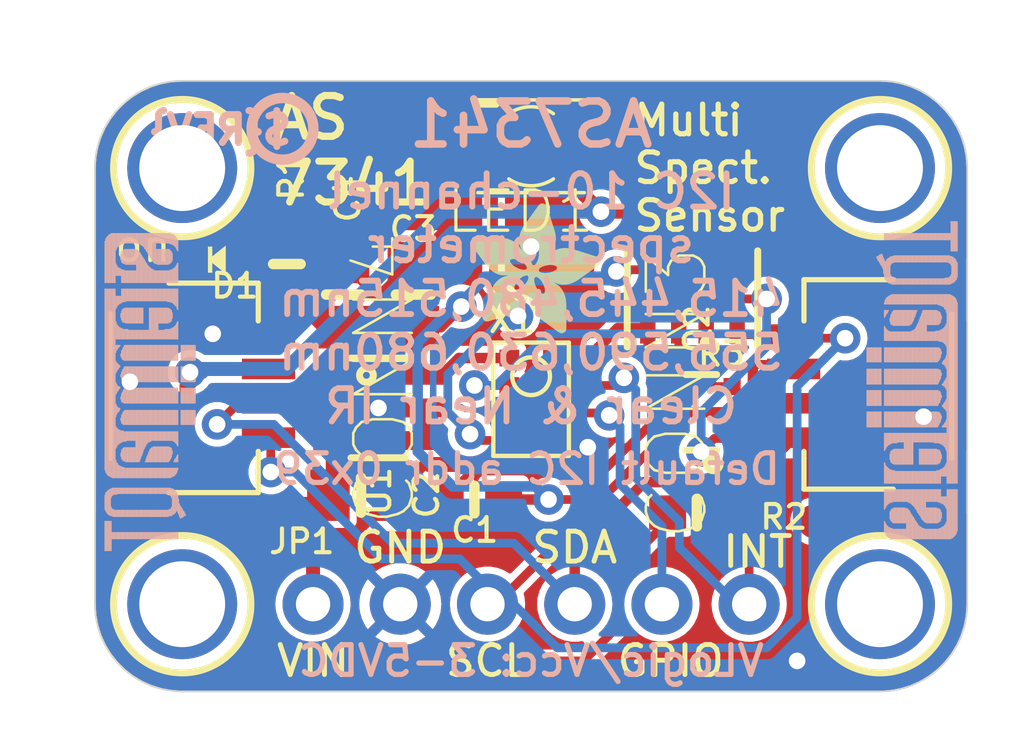
<source format=kicad_pcb>
(kicad_pcb (version 20221018) (generator pcbnew)
  (layers (0 "F.Cu" signal) (31 "B.Cu" signal) (34 "B.Paste" user) (35 "F.Paste" user) (36 "B.SilkS" user "B.Silkscreen") (37 "F.SilkS" user "F.Silkscreen") (38 "B.Mask" user) (39 "F.Mask" user) (44 "Edge.Cuts" user))
  (net 0 "")
  (net 1 "GND")
  (net 2 "SDA")
  (net 3 "SCL")
  (net 4 "INT")
  (net 5 "VCC")
  (net 6 "N$1")
  (net 7 "1.8V")
  (net 8 "SDA_2V")
  (net 9 "SCL_2V")
  (net 10 "GPIO")
  (net 11 "LDR")
  (net 12 "3.3V")
  (footprint "working:MOUNTINGHOLE_2.5_PLATED" (layer "F.Cu") (at 158.6611 98.6536)
    (fp_text reference "U$17" hide)
    (fp_text value "MOUNTINGHOLE2.5" hide)
    (pad "P$1" thru_hole circle (at 0 0) (size 3.2 3.2) (drill 2.5) (layers "*.Cu" "*.Mask"))
    (zone (net 0) (net_name "") (layer "F.Cu") (connect_pads (clearance 0)) (min_thickness 0.25)
      (keepout (tracks not_allowed) (vias not_allowed) (pads not_allowed) (copperpour not_allowed) (footprints allowed))
      (fill (thermal_gap 0.5) (thermal_bridge_width 0.5))
      (polygon (pts (xy 160.6771 98.6536) (xy 160.65748 98.373027) (xy 160.599004 98.097915) (xy 160.502808 97.833619) (xy 160.370765 97.585283) (xy 160.205446 97.35774) (xy 160.010067 97.15542) (xy 159.788433 96.98226) (xy 159.544856 96.841631) (xy 159.284078 96.73627) (xy 159.011175 96.668228) (xy 158.731457 96.638828) (xy 158.450371 96.648644) (xy 158.173385 96.697484) (xy 157.905893 96.784397) (xy 157.6531 96.907693) (xy 157.419926 97.06497) (xy 157.210911 97.253169) (xy 157.030122 97.468625) (xy 156.881078 97.707145) (xy 156.76668 97.964087) (xy 156.689154 98.23445) (xy 156.650011 98.512971) (xy 156.650011 98.794229) (xy 156.689154 99.07275) (xy 156.76668 99.343113) (xy 156.881078 99.600055) (xy 157.030122 99.838575) (xy 157.210911 100.054031) (xy 157.419926 100.24223) (xy 157.6531 100.399507) (xy 157.905893 100.522803) (xy 158.173385 100.609716) (xy 158.450371 100.658556) (xy 158.731457 100.668372) (xy 159.011175 100.638972) (xy 159.284078 100.57093) (xy 159.544856 100.465569) (xy 159.788433 100.32494) (xy 160.010067 100.15178) (xy 160.205446 99.94946) (xy 160.370765 99.721917) (xy 160.502808 99.473581) (xy 160.599004 99.209285) (xy 160.65748 98.934173)))
      (polygon (pts (xy 158.6451 98.6536) (xy 158.649786 98.664914) (xy 158.6611 98.6696) (xy 158.672414 98.664914) (xy 158.6771 98.6536) (xy 158.672414 98.642286) (xy 158.6611 98.6376) (xy 158.649786 98.642286)))
    )
    (zone (net 0) (net_name "") (layer "B.Cu") (connect_pads (clearance 0)) (min_thickness 0.25)
      (keepout (tracks not_allowed) (vias not_allowed) (pads not_allowed) (copperpour not_allowed) (footprints allowed))
      (fill (thermal_gap 0.5) (thermal_bridge_width 0.5))
      (polygon (pts (xy 160.6771 98.6536) (xy 160.65748 98.373027) (xy 160.599004 98.097915) (xy 160.502808 97.833619) (xy 160.370765 97.585283) (xy 160.205446 97.35774) (xy 160.010067 97.15542) (xy 159.788433 96.98226) (xy 159.544856 96.841631) (xy 159.284078 96.73627) (xy 159.011175 96.668228) (xy 158.731457 96.638828) (xy 158.450371 96.648644) (xy 158.173385 96.697484) (xy 157.905893 96.784397) (xy 157.6531 96.907693) (xy 157.419926 97.06497) (xy 157.210911 97.253169) (xy 157.030122 97.468625) (xy 156.881078 97.707145) (xy 156.76668 97.964087) (xy 156.689154 98.23445) (xy 156.650011 98.512971) (xy 156.650011 98.794229) (xy 156.689154 99.07275) (xy 156.76668 99.343113) (xy 156.881078 99.600055) (xy 157.030122 99.838575) (xy 157.210911 100.054031) (xy 157.419926 100.24223) (xy 157.6531 100.399507) (xy 157.905893 100.522803) (xy 158.173385 100.609716) (xy 158.450371 100.658556) (xy 158.731457 100.668372) (xy 159.011175 100.638972) (xy 159.284078 100.57093) (xy 159.544856 100.465569) (xy 159.788433 100.32494) (xy 160.010067 100.15178) (xy 160.205446 99.94946) (xy 160.370765 99.721917) (xy 160.502808 99.473581) (xy 160.599004 99.209285) (xy 160.65748 98.934173)))
      (polygon (pts (xy 158.6451 98.6536) (xy 158.649786 98.664914) (xy 158.6611 98.6696) (xy 158.672414 98.664914) (xy 158.6771 98.6536) (xy 158.672414 98.642286) (xy 158.6611 98.6376) (xy 158.649786 98.642286)))
    )
  )
  (footprint "working:KA-3528ASYC" (layer "F.Cu") (at 148.5011 98.0186 180)
    (fp_text reference "LED1" (at -1.905 -1.905) (layer "F.SilkS") (effects (font (size 1.176528 1.176528) (thickness 0.093472)) (justify right)))
    (fp_text value "EAHC2835WD6  ")
    (pad "A" smd rect (at -1.55 0 180) (size 1.5 2.2) (layers "F.Cu" "F.Paste" "F.Mask") (net 5 "VCC"))
    (pad "C" smd rect (at 1.55 0 180) (size 1.5 2.2) (layers "F.Cu" "F.Paste" "F.Mask") (net 11 "LDR"))
  )
  (footprint "working:0805-NO" (layer "F.Cu") (at 143.0401 102.3366 90)
    (fp_text reference "C4" (at 2.032 0.127 90) (layer "F.SilkS") (effects (font (size 0.692831 0.692831) (thickness 0.119969)) (justify left)))
    (fp_text value "10uF")
    (pad "1" smd rect (at -0.95 0 90) (size 1.24 1.5) (layers "F.Cu" "F.Paste" "F.Mask") (net 12 "3.3V"))
    (pad "2" smd rect (at 0.95 0 90) (size 1.24 1.5) (layers "F.Cu" "F.Paste" "F.Mask") (net 1 "GND"))
  )
  (footprint "working:MOUNTINGHOLE_2.5_PLATED" (layer "F.Cu") (at 138.3411 111.3536)
    (fp_text reference "U$19" hide)
    (fp_text value "MOUNTINGHOLE2.5" hide)
    (pad "P$1" thru_hole circle (at 0 0) (size 3.2 3.2) (drill 2.5) (layers "*.Cu" "*.Mask"))
    (zone (net 0) (net_name "") (layer "F.Cu") (connect_pads (clearance 0)) (min_thickness 0.25)
      (keepout (tracks not_allowed) (vias not_allowed) (pads not_allowed) (copperpour not_allowed) (footprints allowed))
      (fill (thermal_gap 0.5) (thermal_bridge_width 0.5))
      (polygon (pts (xy 140.3571 111.3536) (xy 140.33748 111.073027) (xy 140.279004 110.797915) (xy 140.182808 110.533619) (xy 140.050765 110.285283) (xy 139.885446 110.05774) (xy 139.690067 109.85542) (xy 139.468433 109.68226) (xy 139.224856 109.541631) (xy 138.964078 109.43627) (xy 138.691175 109.368228) (xy 138.411457 109.338828) (xy 138.130371 109.348644) (xy 137.853385 109.397484) (xy 137.585893 109.484397) (xy 137.3331 109.607693) (xy 137.099926 109.76497) (xy 136.890911 109.953169) (xy 136.710122 110.168625) (xy 136.561078 110.407145) (xy 136.44668 110.664087) (xy 136.369154 110.93445) (xy 136.330011 111.212971) (xy 136.330011 111.494229) (xy 136.369154 111.77275) (xy 136.44668 112.043113) (xy 136.561078 112.300055) (xy 136.710122 112.538575) (xy 136.890911 112.754031) (xy 137.099926 112.94223) (xy 137.3331 113.099507) (xy 137.585893 113.222803) (xy 137.853385 113.309716) (xy 138.130371 113.358556) (xy 138.411457 113.368372) (xy 138.691175 113.338972) (xy 138.964078 113.27093) (xy 139.224856 113.165569) (xy 139.468433 113.02494) (xy 139.690067 112.85178) (xy 139.885446 112.64946) (xy 140.050765 112.421917) (xy 140.182808 112.173581) (xy 140.279004 111.909285) (xy 140.33748 111.634173)))
      (polygon (pts (xy 138.3251 111.3536) (xy 138.329786 111.364914) (xy 138.3411 111.3696) (xy 138.352414 111.364914) (xy 138.3571 111.3536) (xy 138.352414 111.342286) (xy 138.3411 111.3376) (xy 138.329786 111.342286)))
    )
    (zone (net 0) (net_name "") (layer "B.Cu") (connect_pads (clearance 0)) (min_thickness 0.25)
      (keepout (tracks not_allowed) (vias not_allowed) (pads not_allowed) (copperpour not_allowed) (footprints allowed))
      (fill (thermal_gap 0.5) (thermal_bridge_width 0.5))
      (polygon (pts (xy 140.3571 111.3536) (xy 140.33748 111.073027) (xy 140.279004 110.797915) (xy 140.182808 110.533619) (xy 140.050765 110.285283) (xy 139.885446 110.05774) (xy 139.690067 109.85542) (xy 139.468433 109.68226) (xy 139.224856 109.541631) (xy 138.964078 109.43627) (xy 138.691175 109.368228) (xy 138.411457 109.338828) (xy 138.130371 109.348644) (xy 137.853385 109.397484) (xy 137.585893 109.484397) (xy 137.3331 109.607693) (xy 137.099926 109.76497) (xy 136.890911 109.953169) (xy 136.710122 110.168625) (xy 136.561078 110.407145) (xy 136.44668 110.664087) (xy 136.369154 110.93445) (xy 136.330011 111.212971) (xy 136.330011 111.494229) (xy 136.369154 111.77275) (xy 136.44668 112.043113) (xy 136.561078 112.300055) (xy 136.710122 112.538575) (xy 136.890911 112.754031) (xy 137.099926 112.94223) (xy 137.3331 113.099507) (xy 137.585893 113.222803) (xy 137.853385 113.309716) (xy 138.130371 113.358556) (xy 138.411457 113.368372) (xy 138.691175 113.338972) (xy 138.964078 113.27093) (xy 139.224856 113.165569) (xy 139.468433 113.02494) (xy 139.690067 112.85178) (xy 139.885446 112.64946) (xy 140.050765 112.421917) (xy 140.182808 112.173581) (xy 140.279004 111.909285) (xy 140.33748 111.634173)))
      (polygon (pts (xy 138.3251 111.3536) (xy 138.329786 111.364914) (xy 138.3411 111.3696) (xy 138.352414 111.364914) (xy 138.3571 111.3536) (xy 138.352414 111.342286) (xy 138.3411 111.3376) (xy 138.329786 111.342286)))
    )
  )
  (footprint "working:FIDUCIAL_1MM" (layer "F.Cu") (at 156.7561 108.9406)
    (fp_text reference "FID3" hide)
    (fp_text value "FIDUCIAL_1MM" hide)
    (pad "1" smd roundrect (at 0 0) (size 1 1) (layers "F.Cu" "F.Mask") (roundrect_rratio 0.5))
  )
  (footprint "working:MOUNTINGHOLE_2.5_PLATED" (layer "F.Cu") (at 138.3411 98.6536)
    (fp_text reference "U$1" hide)
    (fp_text value "MOUNTINGHOLE2.5" hide)
    (pad "P$1" thru_hole circle (at 0 0) (size 3.2 3.2) (drill 2.5) (layers "*.Cu" "*.Mask"))
    (zone (net 0) (net_name "") (layer "F.Cu") (connect_pads (clearance 0)) (min_thickness 0.25)
      (keepout (tracks not_allowed) (vias not_allowed) (pads not_allowed) (copperpour not_allowed) (footprints allowed))
      (fill (thermal_gap 0.5) (thermal_bridge_width 0.5))
      (polygon (pts (xy 140.3571 98.6536) (xy 140.33748 98.373027) (xy 140.279004 98.097915) (xy 140.182808 97.833619) (xy 140.050765 97.585283) (xy 139.885446 97.35774) (xy 139.690067 97.15542) (xy 139.468433 96.98226) (xy 139.224856 96.841631) (xy 138.964078 96.73627) (xy 138.691175 96.668228) (xy 138.411457 96.638828) (xy 138.130371 96.648644) (xy 137.853385 96.697484) (xy 137.585893 96.784397) (xy 137.3331 96.907693) (xy 137.099926 97.06497) (xy 136.890911 97.253169) (xy 136.710122 97.468625) (xy 136.561078 97.707145) (xy 136.44668 97.964087) (xy 136.369154 98.23445) (xy 136.330011 98.512971) (xy 136.330011 98.794229) (xy 136.369154 99.07275) (xy 136.44668 99.343113) (xy 136.561078 99.600055) (xy 136.710122 99.838575) (xy 136.890911 100.054031) (xy 137.099926 100.24223) (xy 137.3331 100.399507) (xy 137.585893 100.522803) (xy 137.853385 100.609716) (xy 138.130371 100.658556) (xy 138.411457 100.668372) (xy 138.691175 100.638972) (xy 138.964078 100.57093) (xy 139.224856 100.465569) (xy 139.468433 100.32494) (xy 139.690067 100.15178) (xy 139.885446 99.94946) (xy 140.050765 99.721917) (xy 140.182808 99.473581) (xy 140.279004 99.209285) (xy 140.33748 98.934173)))
      (polygon (pts (xy 138.3251 98.6536) (xy 138.329786 98.664914) (xy 138.3411 98.6696) (xy 138.352414 98.664914) (xy 138.3571 98.6536) (xy 138.352414 98.642286) (xy 138.3411 98.6376) (xy 138.329786 98.642286)))
    )
    (zone (net 0) (net_name "") (layer "B.Cu") (connect_pads (clearance 0)) (min_thickness 0.25)
      (keepout (tracks not_allowed) (vias not_allowed) (pads not_allowed) (copperpour not_allowed) (footprints allowed))
      (fill (thermal_gap 0.5) (thermal_bridge_width 0.5))
      (polygon (pts (xy 140.3571 98.6536) (xy 140.33748 98.373027) (xy 140.279004 98.097915) (xy 140.182808 97.833619) (xy 140.050765 97.585283) (xy 139.885446 97.35774) (xy 139.690067 97.15542) (xy 139.468433 96.98226) (xy 139.224856 96.841631) (xy 138.964078 96.73627) (xy 138.691175 96.668228) (xy 138.411457 96.638828) (xy 138.130371 96.648644) (xy 137.853385 96.697484) (xy 137.585893 96.784397) (xy 137.3331 96.907693) (xy 137.099926 97.06497) (xy 136.890911 97.253169) (xy 136.710122 97.468625) (xy 136.561078 97.707145) (xy 136.44668 97.964087) (xy 136.369154 98.23445) (xy 136.330011 98.512971) (xy 136.330011 98.794229) (xy 136.369154 99.07275) (xy 136.44668 99.343113) (xy 136.561078 99.600055) (xy 136.710122 99.838575) (xy 136.890911 100.054031) (xy 137.099926 100.24223) (xy 137.3331 100.399507) (xy 137.585893 100.522803) (xy 137.853385 100.609716) (xy 138.130371 100.658556) (xy 138.411457 100.668372) (xy 138.691175 100.638972) (xy 138.964078 100.57093) (xy 139.224856 100.465569) (xy 139.468433 100.32494) (xy 139.690067 100.15178) (xy 139.885446 99.94946) (xy 140.050765 99.721917) (xy 140.182808 99.473581) (xy 140.279004 99.209285) (xy 140.33748 98.934173)))
      (polygon (pts (xy 138.3251 98.6536) (xy 138.329786 98.664914) (xy 138.3411 98.6696) (xy 138.352414 98.664914) (xy 138.3571 98.6536) (xy 138.352414 98.642286) (xy 138.3411 98.6376) (xy 138.329786 98.642286)))
    )
  )
  (footprint "working:0603-NO" (layer "F.Cu") (at 153.3271 108.6866)
    (fp_text reference "R2" (at 1.778 0.127) (layer "F.SilkS") (effects (font (size 0.692831 0.692831) (thickness 0.119969)) (justify left)))
    (fp_text value "10K")
    (pad "1" smd rect (at -0.85 0) (size 1.075 1) (layers "F.Cu" "F.Paste" "F.Mask") (net 12 "3.3V"))
    (pad "2" smd rect (at 0.85 0) (size 1.075 1) (layers "F.Cu" "F.Paste" "F.Mask") (net 4 "INT"))
  )
  (footprint "working:CHIPLED_0603_NOOUTLINE" (layer "F.Cu") (at 139.3571 101.3206 90)
    (fp_text reference "D1" (at -0.762 1.27) (layer "F.SilkS") (effects (font (size 0.692831 0.692831) (thickness 0.119969)) (justify right)))
    (fp_text value "GREEN")
    (pad "A" smd rect (at 0 0.75 90) (size 0.8 0.8) (layers "F.Cu" "F.Paste" "F.Mask") (net 6 "N$1"))
    (pad "C" smd rect (at 0 -0.75 90) (size 0.8 0.8) (layers "F.Cu" "F.Paste" "F.Mask") (net 1 "GND"))
  )
  (footprint "working:SOT363" (layer "F.Cu") (at 153.4541 105.7656 90)
    (fp_text reference "Q2" (at 1.651 -0.127 90) (layer "F.SilkS") (effects (font (size 0.692831 0.692831) (thickness 0.119969)) (justify left)))
    (fp_text value "BSS138")
    (pad "1" smd rect (at -0.75 0.9 90) (size 0.5 0.5) (layers "F.Cu" "F.Paste" "F.Mask") (net 9 "SCL_2V"))
    (pad "2" smd rect (at 0 0.9 90) (size 0.4 0.5) (layers "F.Cu" "F.Paste" "F.Mask") (net 7 "1.8V"))
    (pad "3" smd rect (at 0.75 0.9 90) (size 0.5 0.5) (layers "F.Cu" "F.Paste" "F.Mask") (net 2 "SDA"))
    (pad "4" smd rect (at 0.75 -0.9 90) (size 0.5 0.5) (layers "F.Cu" "F.Paste" "F.Mask") (net 8 "SDA_2V"))
    (pad "5" smd rect (at 0 -0.9 90) (size 0.4 0.5) (layers "F.Cu" "F.Paste" "F.Mask") (net 7 "1.8V"))
    (pad "6" smd rect (at -0.75 -0.9 90) (size 0.5 0.5) (layers "F.Cu" "F.Paste" "F.Mask") (net 3 "SCL"))
  )
  (footprint "working:RESPACK_4X0603" (layer "F.Cu") (at 153.2001 102.4636 180)
    (fp_text reference "R3" (at -1.6 -1.6) (layer "F.SilkS") (effects (font (size 0.692831 0.692831) (thickness 0.119969)) (justify right)))
    (fp_text value "10K")
    (pad "1" smd rect (at -1.3 0.85 180) (size 0.45 0.9) (layers "F.Cu" "F.Paste" "F.Mask") (net 5 "VCC"))
    (pad "2" smd rect (at -0.4 0.85 180) (size 0.45 0.9) (layers "F.Cu" "F.Paste" "F.Mask") (net 7 "1.8V"))
    (pad "3" smd rect (at 0.4 0.85 180) (size 0.45 0.9) (layers "F.Cu" "F.Paste" "F.Mask") (net 5 "VCC"))
    (pad "4" smd rect (at 1.3 0.85 180) (size 0.45 0.9) (layers "F.Cu" "F.Paste" "F.Mask") (net 7 "1.8V"))
    (pad "5" smd rect (at 1.3 -0.85 180) (size 0.45 0.9) (layers "F.Cu" "F.Paste" "F.Mask") (net 8 "SDA_2V"))
    (pad "6" smd rect (at 0.4 -0.85 180) (size 0.45 0.9) (layers "F.Cu" "F.Paste" "F.Mask") (net 2 "SDA"))
    (pad "7" smd rect (at -0.4 -0.85 180) (size 0.45 0.9) (layers "F.Cu" "F.Paste" "F.Mask") (net 9 "SCL_2V"))
    (pad "8" smd rect (at -1.3 -0.85 180) (size 0.45 0.9) (layers "F.Cu" "F.Paste" "F.Mask") (net 3 "SCL"))
  )
  (footprint "working:JST_SH4" (layer "F.Cu") (at 158.6611 105.0036 90)
    (fp_text reference "CONN3" (at -4.6 -5.9 90) (layer "F.SilkS") (effects (font (size 1.703222 1.703222) (thickness 0.074778)) (justify left)))
    (fp_text value "STEMMA_I2C_QT" hide)
    (pad "1" smd rect (at -1.5 -2.514 180) (size 1.55 0.6) (layers "F.Cu" "F.Paste" "F.Mask") (net 1 "GND"))
    (pad "2" smd rect (at -0.5 -2.514 180) (size 1.55 0.6) (layers "F.Cu" "F.Paste" "F.Mask") (net 5 "VCC"))
    (pad "3" smd rect (at 0.5 -2.514 180) (size 1.55 0.6) (layers "F.Cu" "F.Paste" "F.Mask") (net 2 "SDA"))
    (pad "4" smd rect (at 1.5 -2.514 180) (size 1.55 0.6) (layers "F.Cu" "F.Paste" "F.Mask") (net 3 "SCL"))
    (pad "MT1" smd rect (at -2.8 1.386 180) (size 1.8 1.2) (layers "F.Cu" "F.Paste" "F.Mask") (net 1 "GND"))
    (pad "MT2" smd rect (at 2.8 1.386 180) (size 1.8 1.2) (layers "F.Cu" "F.Paste" "F.Mask") (net 1 "GND"))
  )
  (footprint "working:0805-NO" (layer "F.Cu") (at 145.0721 102.3366 90)
    (fp_text reference "C3" (at 1.905 -0.762) (layer "F.SilkS") (effects (font (size 0.692831 0.692831) (thickness 0.119969)) (justify left)))
    (fp_text value "10uF")
    (pad "1" smd rect (at -0.95 0 90) (size 1.24 1.5) (layers "F.Cu" "F.Paste" "F.Mask") (net 7 "1.8V"))
    (pad "2" smd rect (at 0.95 0 90) (size 1.24 1.5) (layers "F.Cu" "F.Paste" "F.Mask") (net 1 "GND"))
  )
  (footprint "working:MOUNTINGHOLE_2.5_PLATED" (layer "F.Cu") (at 158.6611 111.3536)
    (fp_text reference "U$21" hide)
    (fp_text value "MOUNTINGHOLE2.5" hide)
    (pad "P$1" thru_hole circle (at 0 0) (size 3.2 3.2) (drill 2.5) (layers "*.Cu" "*.Mask"))
    (zone (net 0) (net_name "") (layer "F.Cu") (connect_pads (clearance 0)) (min_thickness 0.25)
      (keepout (tracks not_allowed) (vias not_allowed) (pads not_allowed) (copperpour not_allowed) (footprints allowed))
      (fill (thermal_gap 0.5) (thermal_bridge_width 0.5))
      (polygon (pts (xy 160.6771 111.3536) (xy 160.65748 111.073027) (xy 160.599004 110.797915) (xy 160.502808 110.533619) (xy 160.370765 110.285283) (xy 160.205446 110.05774) (xy 160.010067 109.85542) (xy 159.788433 109.68226) (xy 159.544856 109.541631) (xy 159.284078 109.43627) (xy 159.011175 109.368228) (xy 158.731457 109.338828) (xy 158.450371 109.348644) (xy 158.173385 109.397484) (xy 157.905893 109.484397) (xy 157.6531 109.607693) (xy 157.419926 109.76497) (xy 157.210911 109.953169) (xy 157.030122 110.168625) (xy 156.881078 110.407145) (xy 156.76668 110.664087) (xy 156.689154 110.93445) (xy 156.650011 111.212971) (xy 156.650011 111.494229) (xy 156.689154 111.77275) (xy 156.76668 112.043113) (xy 156.881078 112.300055) (xy 157.030122 112.538575) (xy 157.210911 112.754031) (xy 157.419926 112.94223) (xy 157.6531 113.099507) (xy 157.905893 113.222803) (xy 158.173385 113.309716) (xy 158.450371 113.358556) (xy 158.731457 113.368372) (xy 159.011175 113.338972) (xy 159.284078 113.27093) (xy 159.544856 113.165569) (xy 159.788433 113.02494) (xy 160.010067 112.85178) (xy 160.205446 112.64946) (xy 160.370765 112.421917) (xy 160.502808 112.173581) (xy 160.599004 111.909285) (xy 160.65748 111.634173)))
      (polygon (pts (xy 158.6451 111.3536) (xy 158.649786 111.364914) (xy 158.6611 111.3696) (xy 158.672414 111.364914) (xy 158.6771 111.3536) (xy 158.672414 111.342286) (xy 158.6611 111.3376) (xy 158.649786 111.342286)))
    )
    (zone (net 0) (net_name "") (layer "B.Cu") (connect_pads (clearance 0)) (min_thickness 0.25)
      (keepout (tracks not_allowed) (vias not_allowed) (pads not_allowed) (copperpour not_allowed) (footprints allowed))
      (fill (thermal_gap 0.5) (thermal_bridge_width 0.5))
      (polygon (pts (xy 160.6771 111.3536) (xy 160.65748 111.073027) (xy 160.599004 110.797915) (xy 160.502808 110.533619) (xy 160.370765 110.285283) (xy 160.205446 110.05774) (xy 160.010067 109.85542) (xy 159.788433 109.68226) (xy 159.544856 109.541631) (xy 159.284078 109.43627) (xy 159.011175 109.368228) (xy 158.731457 109.338828) (xy 158.450371 109.348644) (xy 158.173385 109.397484) (xy 157.905893 109.484397) (xy 157.6531 109.607693) (xy 157.419926 109.76497) (xy 157.210911 109.953169) (xy 157.030122 110.168625) (xy 156.881078 110.407145) (xy 156.76668 110.664087) (xy 156.689154 110.93445) (xy 156.650011 111.212971) (xy 156.650011 111.494229) (xy 156.689154 111.77275) (xy 156.76668 112.043113) (xy 156.881078 112.300055) (xy 157.030122 112.538575) (xy 157.210911 112.754031) (xy 157.419926 112.94223) (xy 157.6531 113.099507) (xy 157.905893 113.222803) (xy 158.173385 113.309716) (xy 158.450371 113.358556) (xy 158.731457 113.368372) (xy 159.011175 113.338972) (xy 159.284078 113.27093) (xy 159.544856 113.165569) (xy 159.788433 113.02494) (xy 160.010067 112.85178) (xy 160.205446 112.64946) (xy 160.370765 112.421917) (xy 160.502808 112.173581) (xy 160.599004 111.909285) (xy 160.65748 111.634173)))
      (polygon (pts (xy 158.6451 111.3536) (xy 158.649786 111.364914) (xy 158.6611 111.3696) (xy 158.672414 111.364914) (xy 158.6771 111.3536) (xy 158.672414 111.342286) (xy 158.6611 111.3376) (xy 158.649786 111.342286)))
    )
  )
  (footprint "working:1X06_ROUND_70" (layer "F.Cu") (at 148.5011 111.3536)
    (fp_text reference "JP1" (at -7.6962 -1.8288) (layer "F.SilkS") (effects (font (size 0.692831 0.692831) (thickness 0.119969)) (justify left)))
    (fp_text value "")
    (pad "1" thru_hole circle (at -6.35 0 90) (size 1.778 1.778) (drill 1) (layers "*.Cu" "*.Mask") (net 5 "VCC"))
    (pad "2" thru_hole circle (at -3.81 0 90) (size 1.778 1.778) (drill 1) (layers "*.Cu" "*.Mask") (net 1 "GND"))
    (pad "3" thru_hole circle (at -1.27 0 90) (size 1.778 1.778) (drill 1) (layers "*.Cu" "*.Mask") (net 3 "SCL"))
    (pad "4" thru_hole circle (at 1.27 0 90) (size 1.778 1.778) (drill 1) (layers "*.Cu" "*.Mask") (net 2 "SDA"))
    (pad "5" thru_hole circle (at 3.81 0 90) (size 1.778 1.778) (drill 1) (layers "*.Cu" "*.Mask") (net 10 "GPIO"))
    (pad "6" thru_hole circle (at 6.35 0 90) (size 1.778 1.778) (drill 1) (layers "*.Cu" "*.Mask") (net 4 "INT"))
  )
  (footprint "working:FIDUCIAL_1MM" (layer "F.Cu") (at 144.5641 97.2566)
    (fp_text reference "FID4" hide)
    (fp_text value "FIDUCIAL_1MM" hide)
    (pad "1" smd roundrect (at 0 0) (size 1 1) (layers "F.Cu" "F.Mask") (roundrect_rratio 0.5))
  )
  (footprint "working:JST_SH4" (layer "F.Cu") (at 138.3411 105.0036 -90)
    (fp_text reference "CONN4" (at -4.6 -5.9 90) (layer "F.SilkS") (effects (font (size 1.703222 1.703222) (thickness 0.074778)) (justify right)))
    (fp_text value "STEMMA_I2C_QT" hide)
    (pad "1" smd rect (at -1.5 -2.514) (size 1.55 0.6) (layers "F.Cu" "F.Paste" "F.Mask") (net 1 "GND"))
    (pad "2" smd rect (at -0.5 -2.514) (size 1.55 0.6) (layers "F.Cu" "F.Paste" "F.Mask") (net 5 "VCC"))
    (pad "3" smd rect (at 0.5 -2.514) (size 1.55 0.6) (layers "F.Cu" "F.Paste" "F.Mask") (net 2 "SDA"))
    (pad "4" smd rect (at 1.5 -2.514) (size 1.55 0.6) (layers "F.Cu" "F.Paste" "F.Mask") (net 3 "SCL"))
    (pad "MT1" smd rect (at -2.8 1.386) (size 1.8 1.2) (layers "F.Cu" "F.Paste" "F.Mask") (net 1 "GND"))
    (pad "MT2" smd rect (at 2.8 1.386) (size 1.8 1.2) (layers "F.Cu" "F.Paste" "F.Mask") (net 1 "GND"))
  )
  (footprint "working:0603-NO" (layer "F.Cu") (at 141.3891 101.4476 90)
    (fp_text reference "R1" (at 1.778 0.127 90) (layer "F.SilkS") (effects (font (size 0.692831 0.692831) (thickness 0.119969)) (justify left)))
    (fp_text value "10K")
    (pad "1" smd rect (at -0.85 0 90) (size 1.075 1) (layers "F.Cu" "F.Paste" "F.Mask") (net 12 "3.3V"))
    (pad "2" smd rect (at 0.85 0 90) (size 1.075 1) (layers "F.Cu" "F.Paste" "F.Mask") (net 6 "N$1"))
  )
  (footprint "working:0805-NO" (layer "F.Cu") (at 143.5481 108.1786)
    (fp_text reference "C2" (at 1.905 -0.762 90) (layer "F.SilkS") (effects (font (size 0.692831 0.692831) (thickness 0.119969)) (justify right)))
    (fp_text value "10uF")
    (pad "1" smd rect (at -0.95 0) (size 1.24 1.5) (layers "F.Cu" "F.Paste" "F.Mask") (net 5 "VCC"))
    (pad "2" smd rect (at 0.95 0) (size 1.24 1.5) (layers "F.Cu" "F.Paste" "F.Mask") (net 1 "GND"))
  )
  (footprint "working:AS7341" (layer "F.Cu") (at 148.5011 105.3846)
    (fp_text reference "X1" (at -1.3 -2.3) (layer "F.SilkS") (effects (font (size 0.692831 0.692831) (thickness 0.119969)) (justify left)))
    (fp_text value "AS7341")
    (pad "1" smd rect (at -0.635 -1.2) (size 0.575 0.488) (layers "F.Cu" "F.Paste" "F.Mask") (net 7 "1.8V"))
    (pad "2" smd rect (at -0.635 -0.4) (size 0.575 0.488) (layers "F.Cu" "F.Paste" "F.Mask") (net 9 "SCL_2V"))
    (pad "3" smd rect (at -0.635 0.4) (size 0.575 0.488) (layers "F.Cu" "F.Paste" "F.Mask") (net 1 "GND"))
    (pad "4" smd rect (at -0.635 1.2) (size 0.575 0.488) (layers "F.Cu" "F.Paste" "F.Mask") (net 11 "LDR"))
    (pad "5" smd rect (at 0.635 1.2) (size 0.575 0.488) (layers "F.Cu" "F.Paste" "F.Mask") (net 1 "GND"))
    (pad "6" smd rect (at 0.635 0.4) (size 0.575 0.488) (layers "F.Cu" "F.Paste" "F.Mask") (net 10 "GPIO"))
    (pad "7" smd rect (at 0.635 -0.4) (size 0.575 0.488) (layers "F.Cu" "F.Paste" "F.Mask") (net 4 "INT"))
    (pad "8" smd rect (at 0.635 -1.2) (size 0.575 0.488) (layers "F.Cu" "F.Paste" "F.Mask") (net 8 "SDA_2V"))
  )
  (footprint "working:SOT23-6" (layer "F.Cu") (at 144.0561 105.6386 -90)
    (fp_text reference "U1" (at 1.651 0 90) (layer "F.SilkS") (effects (font (size 0.692831 0.692831) (thickness 0.119969)) (justify right)))
    (fp_text value "AP7312-3.3/1.8")
    (pad "1" smd rect (at -0.95 1.3 270) (size 0.55 1.2) (layers "F.Cu" "F.Paste" "F.Mask") (net 12 "3.3V"))
    (pad "2" smd rect (at 0 1.3 270) (size 0.55 1.2) (layers "F.Cu" "F.Paste" "F.Mask") (net 1 "GND"))
    (pad "3" smd rect (at 0.95 1.3 270) (size 0.55 1.2) (layers "F.Cu" "F.Paste" "F.Mask") (net 5 "VCC"))
    (pad "4" smd rect (at 0.95 -1.3 270) (size 0.55 1.2) (layers "F.Cu" "F.Paste" "F.Mask") (net 5 "VCC"))
    (pad "5" smd rect (at 0 -1.3 270) (size 0.55 1.2) (layers "F.Cu" "F.Paste" "F.Mask") (net 5 "VCC"))
    (pad "6" smd rect (at -0.95 -1.3 270) (size 0.55 1.2) (layers "F.Cu" "F.Paste" "F.Mask") (net 7 "1.8V"))
  )
  (footprint "working:ADAFRUIT_3.5MM" (layer "F.Cu") (at 146.7231 103.4796)
    (fp_text reference "U$22" hide)
    (fp_text value "" hide)
  )
  (footprint "working:0603-NO" (layer "F.Cu") (at 146.8501 108.3056 180)
    (fp_text reference "C1" (at -0.762 -0.889) (layer "F.SilkS") (effects (font (size 0.692831 0.692831) (thickness 0.119969)) (justify right)))
    (fp_text value "0.1uF")
    (pad "1" smd rect (at -0.85 0 180) (size 1.075 1) (layers "F.Cu" "F.Paste" "F.Mask") (net 7 "1.8V"))
    (pad "2" smd rect (at 0.85 0 180) (size 1.075 1) (layers "F.Cu" "F.Paste" "F.Mask") (net 1 "GND"))
  )
  (footprint "working:STEMMAQT" (layer "B.Cu") (at 138.7221 100.5586 -90)
    (fp_text reference "U$31" hide)
    (fp_text value "" hide)
  )
  (footprint "working:PCBFEAT-REV-040" (layer "B.Cu") (at 141.2621 97.5106 180)
    (fp_text reference "U$25" hide)
    (fp_text value "" hide)
    (fp_text user "${REV}" (at -0.3556 -0.508) (layer "B.SilkS") (effects (font (size 0.8128 0.8128) (thickness 0.2032)) (justify left bottom mirror)))
  )
  (footprint "working:STEMMAQT" (layer "B.Cu") (at 158.2801 109.4486 90)
    (fp_text reference "U$30" hide)
    (fp_text value "" hide)
  )
  (gr_line (start 135.8011 98.6536) (end 135.8011 111.3536) (stroke (width 0.05)) (layer "Edge.Cuts"))
  (gr_arc (start 138.3411 113.8936) (mid 136.545049 113.149651) (end 135.8011 111.3536) (stroke (width 0.05)) (layer "Edge.Cuts"))
  (gr_line (start 161.2011 111.3536) (end 161.2011 98.6536) (stroke (width 0.05)) (layer "Edge.Cuts"))
  (gr_arc (start 135.8011 98.6536) (mid 136.545049 96.857549) (end 138.3411 96.1136) (stroke (width 0.05)) (layer "Edge.Cuts"))
  (gr_line (start 138.3411 113.8936) (end 158.6611 113.8936) (stroke (width 0.05)) (layer "Edge.Cuts"))
  (gr_arc (start 158.6611 96.1136) (mid 160.457151 96.857549) (end 161.2011 98.6536) (stroke (width 0.05)) (layer "Edge.Cuts"))
  (gr_line (start 158.6611 96.1136) (end 138.3411 96.1136) (stroke (width 0.05)) (layer "Edge.Cuts"))
  (gr_arc (start 161.2011 111.3536) (mid 160.457151 113.149651) (end 158.6611 113.8936) (stroke (width 0.05)) (layer "Edge.Cuts"))
  (gr_text "I2C 10-channel\nspectrometer\n415,445,480,515nm\n555,590,630,680nm\nClear & Near IR" (at 148.5011 102.4636) (layer "B.SilkS") (effects (font (size 0.97155 0.97155) (thickness 0.17145)) (justify mirror)))
  (gr_text "AS7341" (at 148.5011 97.3836) (layer "B.SilkS") (effects (font (size 1.25222 1.25222) (thickness 0.22098)) (justify mirror)))
  (gr_text "VLogic/Vcc: 3-5VDC" (at 148.5011 113.0046) (layer "B.SilkS") (effects (font (size 0.8636 0.8636) (thickness 0.1524)) (justify mirror)))
  (gr_text "Default I2C addr 0x39" (at 148.3741 107.4166) (layer "B.SilkS") (effects (font (size 0.8636 0.8636) (thickness 0.1524)) (justify mirror)))
  (gr_text "Multi\nSpect.\nSensor" (at 151.4221 98.6536) (layer "F.SilkS") (effects (font (size 0.8636 0.8636) (thickness 0.1524)) (justify left)))
  (gr_text "INT" (at 155.1051 109.8296) (layer "F.SilkS") (effects (font (size 0.87376 0.87376) (thickness 0.14224))))
  (gr_text "SDA" (at 149.7711 109.7026) (layer "F.SilkS") (effects (font (size 0.87376 0.87376) (thickness 0.14224))))
  (gr_text "AS\n7341" (at 140.8811 98.1456) (layer "F.SilkS") (effects (font (size 1.18745 1.18745) (thickness 0.20955)) (justify left)))
  (gr_text "on" (at 136.3091 101.4476) (layer "F.SilkS") (effects (font (size 0.89408 0.89408) (thickness 0.12192)) (justify left bottom)))
  (gr_text "SCL" (at 147.2311 113.0046) (layer "F.SilkS") (effects (font (size 0.87376 0.87376) (thickness 0.14224))))
  (gr_text "VIN" (at 142.1511 113.0046) (layer "F.SilkS") (effects (font (size 0.87376 0.87376) (thickness 0.14224))))
  (gr_text "GND" (at 144.6911 109.7026) (layer "F.SilkS") (effects (font (size 0.87376 0.87376) (thickness 0.14224))))
  (gr_text "GPIO" (at 152.5651 113.0046) (layer "F.SilkS") (effects (font (size 0.87376 0.87376) (thickness 0.14224))))
  (segment (start 148.101706 105.7846) (end 148.418903 106.101797) (width 0.3048) (layer "F.Cu") (net 1))
  (segment (start 148.418903 105.466191) (end 148.5011 105.383994) (width 0.3048) (layer "F.Cu") (net 1))
  (segment (start 148.701306 106.3842) (end 148.9357 106.3842) (width 0.3048) (layer "F.Cu") (net 1))
  (segment (start 148.418903 106.101797) (end 148.418903 105.466191) (width 0.3048) (layer "F.Cu") (net 1))
  (segment (start 148.418903 106.101797) (end 148.701306 106.3842) (width 0.3048) (layer "F.Cu") (net 1))
  (segment (start 147.8661 105.7846) (end 148.101706 105.7846) (width 0.3048) (layer "F.Cu") (net 1))
  (segment (start 148.9357 106.3842) (end 149.1361 106.5846) (width 0.3048) (layer "F.Cu") (net 1))
  (segment (start 148.5011 105.383994) (end 148.501706 105.3846) (width 0.3048) (layer "F.Cu") (net 1))
  (via (at 144.0561 105.6386) (size 0.889) (drill 0.4826) (layers "F.Cu" "B.Cu") (net 1))
  (via (at 148.5011 100.9396) (size 0.889) (drill 0.4826) (layers "F.Cu" "B.Cu") (net 1))
  (via (at 156.2481 113.0046) (size 0.889) (drill 0.4826) (layers "F.Cu" "B.Cu") (net 1))
  (via (at 150.1521 106.7816) (size 0.889) (drill 0.4826) (layers "F.Cu" "B.Cu") (net 1))
  (via (at 139.2301 103.4796) (size 0.889) (drill 0.4826) (layers "F.Cu" "B.Cu") (net 1))
  (via (at 136.8171 104.8766) (size 0.889) (drill 0.4826) (layers "F.Cu" "B.Cu") (net 1))
  (via (at 159.9311 105.8926) (size 0.889) (drill 0.4826) (layers "F.Cu" "B.Cu") (net 1))
  (segment (start 153.8461 105.0156) (end 152.8001 103.9696) (width 0.254) (layer "F.Cu") (net 2))
  (segment (start 154.9597 104.3686) (end 156.0121 104.3686) (width 0.254) (layer "F.Cu") (net 2))
  (segment (start 154.9597 107.547894) (end 154.709993 107.7976) (width 0.3048) (layer "F.Cu") (net 2))
  (segment (start 156.0121 104.3686) (end 156.1471 104.5036) (width 0.254) (layer "F.Cu") (net 2))
  (segment (start 154.3541 105.0156) (end 154.3541 104.8656) (width 0.254) (layer "F.Cu") (net 2))
  (segment (start 140.8551 105.5036) (end 139.97 105.5036) (width 0.254) (layer "F.Cu") (net 2))
  (segment (start 153.8461 105.0156) (end 154.3541 105.0156) (width 0.254) (layer "F.Cu") (net 2))
  (segment (start 154.9597 104.3686) (end 154.9597 107.547894) (width 0.3048) (layer "F.Cu") (net 2))
  (segment (start 154.8511 104.3686) (end 154.3541 104.8656) (width 0.254) (layer "F.Cu") (net 2))
  (segment (start 154.709993 107.7976) (end 151.8031 107.7976) (width 0.3048) (layer "F.Cu") (net 2))
  (segment (start 154.8511 104.3686) (end 154.9597 104.3686) (width 0.254) (layer "F.Cu") (net 2))
  (segment (start 149.7711 109.8296) (end 149.7711 111.3536) (width 0.3048) (layer "F.Cu") (net 2))
  (segment (start 151.8031 107.7976) (end 149.7711 109.8296) (width 0.3048) (layer "F.Cu") (net 2))
  (segment (start 152.8001 103.3136) (end 152.8001 103.9696) (width 0.254) (layer "F.Cu") (net 2))
  (segment (start 139.3571 106.1165) (end 139.97 105.5036) (width 0.254) (layer "F.Cu") (net 2))
  (via (at 139.3571 106.1165) (size 0.889) (drill 0.4826) (layers "F.Cu" "B.Cu") (net 2))
  (segment (start 139.3571 106.1165) (end 141.0081 106.1165) (width 0.254) (layer "B.Cu") (net 2))
  (segment (start 147.9931 109.5756) (end 149.7711 111.3536) (width 0.254) (layer "B.Cu") (net 2))
  (segment (start 144.4672 109.5756) (end 147.9931 109.5756) (width 0.254) (layer "B.Cu") (net 2))
  (segment (start 144.4672 109.5756) (end 141.0081 106.1165) (width 0.254) (layer "B.Cu") (net 2))
  (segment (start 154.6901 103.5036) (end 154.5001 103.3136) (width 0.254) (layer "F.Cu") (net 3))
  (segment (start 156.1471 103.5036) (end 156.251 103.6075) (width 0.254) (layer "F.Cu") (net 3))
  (segment (start 152.3231 106.5156) (end 147.4851 111.3536) (width 0.254) (layer "F.Cu") (net 3))
  (segment (start 147.2311 111.3536) (end 147.4851 111.3536) (width 0.254) (layer "F.Cu") (net 3))
  (segment (start 156.1471 103.5036) (end 154.6901 103.5036) (width 0.254) (layer "F.Cu") (net 3))
  (segment (start 140.919853 106.568354) (end 140.919853 107.504847) (width 0.254) (layer "F.Cu") (net 3))
  (segment (start 140.8551 106.5036) (end 140.919853 106.568354) (width 0.254) (layer "F.Cu") (net 3))
  (segment (start 152.5541 106.5156) (end 152.3231 106.5156) (width 0.254) (layer "F.Cu") (net 3))
  (segment (start 157.6451 103.6075) (end 156.251 103.6075) (width 0.254) (layer "F.Cu") (net 3))
  (via (at 140.919853 107.504847) (size 0.889) (drill 0.4826) (layers "F.Cu" "B.Cu") (net 3))
  (via (at 157.6451 103.6075) (size 0.889) (drill 0.4826) (layers "F.Cu" "B.Cu") (net 3))
  (segment (start 144.150818 110.0328) (end 146.4183 110.0328) (width 0.254) (layer "B.Cu") (net 3))
  (segment (start 146.4183 110.0328) (end 147.2311 110.8456) (width 0.254) (layer "B.Cu") (net 3))
  (segment (start 147.9931 111.3536) (end 147.2311 111.3536) (width 0.254) (layer "B.Cu") (net 3))
  (segment (start 149.2631 112.6236) (end 147.9931 111.3536) (width 0.254) (layer "B.Cu") (net 3))
  (segment (start 157.6451 103.6075) (end 156.2481 105.0045) (width 0.254) (layer "B.Cu") (net 3))
  (segment (start 155.3591 112.6236) (end 149.2631 112.6236) (width 0.254) (layer "B.Cu") (net 3))
  (segment (start 140.919853 107.504847) (end 141.622865 107.504847) (width 0.254) (layer "B.Cu") (net 3))
  (segment (start 147.2311 110.8456) (end 147.2311 111.3536) (width 0.254) (layer "B.Cu") (net 3))
  (segment (start 156.2481 105.0045) (end 156.2481 111.7346) (width 0.254) (layer "B.Cu") (net 3))
  (segment (start 144.150818 110.0328) (end 141.622865 107.504847) (width 0.254) (layer "B.Cu") (net 3))
  (segment (start 156.2481 111.7346) (end 155.3591 112.6236) (width 0.254) (layer "B.Cu") (net 3))
  (segment (start 149.1361 104.9846) (end 150.980506 104.9846) (width 0.254) (layer "F.Cu") (net 4))
  (segment (start 154.1771 108.6866) (end 154.8511 109.3606) (width 0.254) (layer "F.Cu") (net 4))
  (segment (start 150.980506 104.9846) (end 151.202806 104.7623) (width 0.254) (layer "F.Cu") (net 4))
  (segment (start 154.8511 109.3606) (end 154.8511 111.3536) (width 0.254) (layer "F.Cu") (net 4))
  (via (at 151.202806 104.7623) (size 0.889) (drill 0.4826) (layers "F.Cu" "B.Cu") (net 4))
  (segment (start 151.202806 104.7623) (end 151.5491 105.108594) (width 0.254) (layer "B.Cu") (net 4))
  (segment (start 152.8191 108.9406) (end 152.8191 109.7026) (width 0.254) (layer "B.Cu") (net 4))
  (segment (start 151.5491 105.108594) (end 151.5491 107.6706) (width 0.254) (layer "B.Cu") (net 4))
  (segment (start 154.4701 111.3536) (end 154.8511 111.3536) (width 0.254) (layer "B.Cu") (net 4))
  (segment (start 154.4701 111.3536) (end 152.8191 109.7026) (width 0.254) (layer "B.Cu") (net 4))
  (segment (start 151.5491 107.6706) (end 152.8191 108.9406) (width 0.254) (layer "B.Cu") (net 4))
  (segment (start 140.420837 108.4326) (end 142.3441 108.4326) (width 0.4064) (layer "F.Cu") (net 5))
  (segment (start 138.4681 106.479863) (end 140.420837 108.4326) (width 0.4064) (layer "F.Cu") (net 5))
  (segment (start 152.8001 100.9786) (end 152.4191 100.5976) (width 0.4064) (layer "F.Cu") (net 5))
  (segment (start 138.4681 105.0036) (end 138.4681 106.479863) (width 0.4064) (layer "F.Cu") (net 5))
  (segment (start 150.0511 99.4416) (end 150.0511 98.0186) (width 0.4064) (layer "F.Cu") (net 5))
  (segment (start 145.3561 106.5886) (end 142.7561 106.5886) (width 0.4064) (layer "F.Cu") (net 5))
  (segment (start 138.663393 104.5036) (end 138.569746 104.597247) (width 0.4064) (layer "F.Cu") (net 5))
  (segment (start 157.5261 105.5036) (end 158.5341 104.4956) (width 0.4064) (layer "F.Cu") (net 5))
  (segment (start 150.5331 99.9236) (end 151.9301 99.9236) (width 0.4064) (layer "F.Cu") (net 5))
  (segment (start 145.3561 105.6386) (end 145.3561 106.5886) (width 0.4064) (layer "F.Cu") (net 5))
  (segment (start 142.7251 108.0516) (end 142.5981 108.1786) (width 0.4064) (layer "F.Cu") (net 5))
  (segment (start 142.7561 106.842594) (end 142.7251 106.873591) (width 0.4064) (layer "F.Cu") (net 5))
  (segment (start 158.5341 103.0986) (end 157.0491 101.6136) (width 0.4064) (layer "F.Cu") (net 5))
  (segment (start 158.5341 104.4956) (end 158.5341 103.0986) (width 0.4064) (layer "F.Cu") (net 5))
  (segment (start 152.8001 101.6136) (end 152.8001 100.9786) (width 0.4064) (layer "F.Cu") (net 5))
  (segment (start 156.1471 105.5036) (end 157.5261 105.5036) (width 0.4064) (layer "F.Cu") (net 5))
  (segment (start 142.5981 108.1786) (end 142.1511 108.6256) (width 0.4064) (layer "F.Cu") (net 5))
  (segment (start 142.1511 108.6256) (end 142.1511 111.3536) (width 0.4064) (layer "F.Cu") (net 5))
  (segment (start 151.9301 99.9236) (end 152.3111 99.5426) (width 0.4064) (layer "F.Cu") (net 5))
  (segment (start 142.7561 106.5886) (end 142.7561 106.842594) (width 0.4064) (layer "F.Cu") (net 5))
  (segment (start 140.8551 104.5036) (end 138.9681 104.5036) (width 0.4064) (layer "F.Cu") (net 5))
  (segment (start 152.4191 99.5426) (end 152.4191 100.5976) (width 0.4064) (layer "F.Cu") (net 5))
  (segment (start 150.5331 99.9236) (end 150.0511 99.4416) (width 0.4064) (layer "F.Cu") (net 5))
  (segment (start 155.0081 100.2076) (end 155.0081 101.1056) (width 0.4064) (layer "F.Cu") (net 5))
  (segment (start 152.4191 99.4156) (end 152.4191 99.5426) (width 0.4064) (layer "F.Cu") (net 5))
  (segment (start 155.0081 101.1056) (end 154.5001 101.6136) (width 0.4064) (layer "F.Cu") (net 5))
  (segment (start 142.3441 108.4326) (end 142.5981 108.1786) (width 0.4064) (layer "F.Cu") (net 5))
  (segment (start 152.3111 99.5426) (end 152.4191 99.5426) (width 0.4064) (layer "F.Cu") (net 5))
  (segment (start 157.0491 101.6136) (end 154.5001 101.6136) (width 0.4064) (layer "F.Cu") (net 5))
  (segment (start 154.2161 99.4156) (end 155.0081 100.2076) (width 0.4064) (layer "F.Cu") (net 5))
  (segment (start 142.7251 106.873591) (end 142.7251 108.0516) (width 0.4064) (layer "F.Cu") (net 5))
  (segment (start 138.9681 104.5036) (end 138.4681 105.0036) (width 0.4064) (layer "F.Cu") (net 5))
  (segment (start 138.9681 104.5036) (end 138.663393 104.5036) (width 0.4064) (layer "F.Cu") (net 5))
  (segment (start 154.2161 99.4156) (end 152.4191 99.4156) (width 0.4064) (layer "F.Cu") (net 5))
  (via (at 138.569746 104.597247) (size 0.889) (drill 0.4826) (layers "F.Cu" "B.Cu") (net 5))
  (via (at 150.5331 99.9236) (size 0.889) (drill 0.4826) (layers "F.Cu" "B.Cu") (net 5))
  (segment (start 138.910996 104.597247) (end 139.004643 104.5036) (width 0.4064) (layer "B.Cu") (net 5))
  (segment (start 138.569746 104.597247) (end 138.910996 104.597247) (width 0.4064) (layer "B.Cu") (net 5))
  (segment (start 141.3811 104.5036) (end 145.9611 99.9236) (width 0.4064) (layer "B.Cu") (net 5))
  (segment (start 139.004643 104.5036) (end 141.3811 104.5036) (width 0.4064) (layer "B.Cu") (net 5))
  (segment (start 145.9611 99.9236) (end 150.5331 99.9236) (width 0.4064) (layer "B.Cu") (net 5))
  (segment (start 140.8301 100.5976) (end 141.3891 100.5976) (width 0.254) (layer "F.Cu") (net 6))
  (segment (start 140.1071 101.3206) (end 140.8301 100.5976) (width 0.254) (layer "F.Cu") (net 6))
  (segment (start 145.0721 103.2866) (end 145.0721 104.4046) (width 0.3048) (layer "F.Cu") (net 7))
  (segment (start 152.3111 102.4636) (end 151.9001 102.0526) (width 0.3048) (layer "F.Cu") (net 7))
  (segment (start 151.9001 102.0526) (end 151.9001 101.6136) (width 0.3048) (layer "F.Cu") (net 7))
  (segment (start 145.3561 104.6886) (end 145.4221 104.6226) (width 0.254) (layer "F.Cu") (net 7))
  (segment (start 145.0721 104.4046) (end 145.3561 104.6886) (width 0.3048) (layer "F.Cu") (net 7))
  (segment (start 153.6001 102.0636) (end 153.2001 102.4636) (width 0.3048) (layer "F.Cu") (net 7))
  (segment (start 154.3541 105.7656) (end 152.5541 105.7656) (width 0.3048) (layer "F.Cu") (net 7))
  (segment (start 147.8661 104.1846) (end 146.3991 104.1846) (width 0.3048) (layer "F.Cu") (net 7))
  (segment (start 149.7711 108.3056) (end 149.0091 108.3056) (width 0.254) (layer "F.Cu") (net 7))
  (segment (start 152.5541 105.7656) (end 152.3843 105.9354) (width 0.254) (layer "F.Cu") (net 7))
  (segment (start 145.8698 103.2866) (end 146.4691 102.6873) (width 0.3048) (layer "F.Cu") (net 7))
  (segment (start 153.2001 102.4636) (end 152.3111 102.4636) (width 0.3048) (layer "F.Cu") (net 7))
  (segment (start 151.9001 101.6136) (end 151.0339 101.6136) (width 0.254) (layer "F.Cu") (net 7))
  (segment (start 145.0721 103.2866) (end 145.8698 103.2866) (width 0.3048) (layer "F.Cu") (net 7))
  (segment (start 152.167325 105.9354) (end 151.321125 106.7816) (width 0.254) (layer "F.Cu") (net 7))
  (segment (start 151.321125 106.7816) (end 151.2951 106.7816) (width 0.254) (layer "F.Cu") (net 7))
  (segment (start 153.6001 101.6136) (end 153.6001 102.0636) (width 0.3048) (layer "F.Cu") (net 7))
  (segment (start 145.4221 104.6226) (end 145.4531 104.6226) (width 0.254) (layer "F.Cu") (net 7))
  (segment (start 152.3843 105.9354) (end 152.167325 105.9354) (width 0.254) (layer "F.Cu") (net 7))
  (segment (start 145.9611 104.6226) (end 145.4531 104.6226) (width 0.3048) (layer "F.Cu") (net 7))
  (segment (start 146.3991 104.1846) (end 145.9611 104.6226) (width 0.3048) (layer "F.Cu") (net 7))
  (segment (start 151.0339 101.6136) (end 150.984 101.6635) (width 0.254) (layer "F.Cu") (net 7))
  (segment (start 151.2951 106.7816) (end 149.7711 108.3056) (width 0.254) (layer "F.Cu") (net 7))
  (segment (start 147.7001 108.3056) (end 149.0091 108.3056) (width 0.3048) (layer "F.Cu") (net 7))
  (via (at 149.0091 108.3056) (size 0.889) (drill 0.4826) (layers "F.Cu" "B.Cu") (net 7))
  (via (at 150.984 101.6635) (size 0.889) (drill 0.4826) (layers "F.Cu" "B.Cu") (net 7))
  (via (at 146.4691 102.6873) (size 0.889) (drill 0.4826) (layers "F.Cu" "B.Cu") (net 7))
  (segment (start 146.4691 102.6873) (end 146.2454 102.6873) (width 0.3048) (layer "B.Cu") (net 7))
  (segment (start 148.6281 107.9246) (end 146.2151 107.9246) (width 0.3048) (layer "B.Cu") (net 7))
  (segment (start 150.984 101.6635) (end 150.7808 101.8667) (width 0.4064) (layer "B.Cu") (net 7))
  (segment (start 149.0091 108.3056) (end 148.6281 107.9246) (width 0.3048) (layer "B.Cu") (net 7))
  (segment (start 146.2454 102.6873) (end 145.1991 103.7336) (width 0.3048) (layer "B.Cu") (net 7))
  (segment (start 147.1627 101.8667) (end 146.4691 102.5603) (width 0.3048) (layer "B.Cu") (net 7))
  (segment (start 145.1991 103.7336) (end 145.1991 106.9086) (width 0.3048) (layer "B.Cu") (net 7))
  (segment (start 150.7808 101.8667) (end 147.1627 101.8667) (width 0.4064) (layer "B.Cu") (net 7))
  (segment (start 146.4691 102.5603) (end 146.4691 102.6873) (width 0.3048) (layer "B.Cu") (net 7))
  (segment (start 146.2151 107.9246) (end 145.1991 106.9086) (width 0.3048) (layer "B.Cu") (net 7))
  (segment (start 151.0231 103.3136) (end 150.1521 104.1846) (width 0.3048) (layer "F.Cu") (net 8))
  (segment (start 149.1361 104.1846) (end 150.1521 104.1846) (width 0.3048) (layer "F.Cu") (net 8))
  (segment (start 151.9001 104.3616) (end 151.9001 103.3136) (width 0.254) (layer "F.Cu") (net 8))
  (segment (start 152.5541 105.0156) (end 151.9001 104.3616) (width 0.254) (layer "F.Cu") (net 8))
  (segment (start 151.0231 103.3136) (end 151.9001 103.3136) (width 0.3048) (layer "F.Cu") (net 8))
  (segment (start 153.6001 103.3136) (end 153.6001 102.8256) (width 0.254) (layer "F.Cu") (net 9))
  (segment (start 154.3541 106.5156) (end 154.2271 106.5156) (width 0.254) (layer "F.Cu") (net 9))
  (segment (start 153.9621 102.4636) (end 155.3582 102.4636) (width 0.254) (layer "F.Cu") (net 9))
  (segment (start 153.8351 106.5276) (end 153.4541 106.9086) (width 0.254) (layer "F.Cu") (net 9))
  (segment (start 153.6001 102.8256) (end 153.9621 102.4636) (width 0.254) (layer "F.Cu") (net 9))
  (segment (start 147.866 104.9847) (end 146.8501 104.9847) (width 0.254) (layer "F.Cu") (net 9))
  (segment (start 154.2271 106.5156) (end 154.2151 106.5276) (width 0.254) (layer "F.Cu") (net 9))
  (segment (start 154.2151 106.5276) (end 153.8351 106.5276) (width 0.254) (layer "F.Cu") (net 9))
  (segment (start 147.8661 104.9846) (end 147.866 104.9847) (width 0.254) (layer "F.Cu") (net 9))
  (segment (start 155.3582 102.4636) (end 155.3591 102.4645) (width 0.254) (layer "F.Cu") (net 9))
  (via (at 146.8501 104.9847) (size 0.889) (drill 0.4826) (layers "F.Cu" "B.Cu") (net 9))
  (via (at 155.3591 102.4645) (size 0.889) (drill 0.4826) (layers "F.Cu" "B.Cu") (net 9))
  (via (at 153.4541 106.9086) (size 0.889) (drill 0.4826) (layers "F.Cu" "B.Cu") (net 9))
  (segment (start 155.3591 102.4645) (end 155.3591 103.8606) (width 0.254) (layer "B.Cu") (net 9))
  (segment (start 153.4541 105.7656) (end 153.4541 106.9086) (width 0.254) (layer "B.Cu") (net 9))
  (segment (start 154.9781 103.4796) (end 155.3591 103.8606) (width 0.254) (layer "B.Cu") (net 9))
  (segment (start 155.3591 103.8606) (end 153.4541 105.7656) (width 0.254) (layer "B.Cu") (net 9))
  (segment (start 148.9902 103.4796) (end 147.4851 104.9847) (width 0.254) (layer "B.Cu") (net 9))
  (segment (start 148.9902 103.4796) (end 154.9781 103.4796) (width 0.254) (layer "B.Cu") (net 9))
  (segment (start 146.8501 104.9847) (end 147.4851 104.9847) (width 0.254) (layer "B.Cu") (net 9))
  (segment (start 150.7045 105.7846) (end 150.7744 105.8545) (width 0.254) (layer "F.Cu") (net 10))
  (segment (start 149.1361 105.7846) (end 150.7045 105.7846) (width 0.254) (layer "F.Cu") (net 10))
  (via (at 150.7744 105.8545) (size 0.889) (drill 0.4826) (layers "F.Cu" "B.Cu") (net 10))
  (segment (start 151.0919 107.859982) (end 152.3111 109.079182) (width 0.254) (layer "B.Cu") (net 10))
  (segment (start 151.0919 106.172) (end 151.0919 107.859982) (width 0.254) (layer "B.Cu") (net 10))
  (segment (start 152.3111 109.079182) (end 152.3111 111.3536) (width 0.254) (layer "B.Cu") (net 10))
  (segment (start 150.7744 105.8545) (end 151.0919 106.172) (width 0.254) (layer "B.Cu") (net 10))
  (segment (start 147.4086 98.4761) (end 146.9511 98.0186) (width 0.254) (layer "F.Cu") (net 11))
  (segment (start 146.9071 106.5846) (end 147.8661 106.5846) (width 0.254) (layer "F.Cu") (net 11))
  (segment (start 146.7231 106.4006) (end 146.9071 106.5846) (width 0.254) (layer "F.Cu") (net 11))
  (segment (start 148.1201 102.7436) (end 148.1201 102.9589) (width 0.254) (layer "F.Cu") (net 11))
  (segment (start 148.1201 102.7436) (end 147.4086 102.0321) (width 0.254) (layer "F.Cu") (net 11))
  (segment (start 147.4086 102.0321) (end 147.4086 98.4761) (width 0.254) (layer "F.Cu") (net 11))
  (via (at 148.1201 102.9589) (size 0.889) (drill 0.4826) (layers "F.Cu" "B.Cu") (net 11))
  (via (at 146.7231 106.4006) (size 0.889) (drill 0.4826) (layers "F.Cu" "B.Cu") (net 11))
  (segment (start 146.0754 105.7529) (end 146.7231 106.4006) (width 0.254) (layer "B.Cu") (net 11))
  (segment (start 146.0754 104.663807) (end 146.0754 105.7529) (width 0.254) (layer "B.Cu") (net 11))
  (segment (start 147.780306 102.9589) (end 146.0754 104.663807) (width 0.254) (layer "B.Cu") (net 11))
  (segment (start 148.1201 102.9589) (end 147.780306 102.9589) (width 0.254) (layer "B.Cu") (net 11))
  (segment (start 137.7061 106.5276) (end 137.7061 103.7336) (width 0.254) (layer "F.Cu") (net 12))
  (segment (start 150.0251 113.0046) (end 141.5161 113.0046) (width 0.254) (layer "F.Cu") (net 12))
  (segment (start 151.0801 110.3376) (end 151.0801 111.9496) (width 0.254) (layer "F.Cu") (net 12))
  (segment (start 140.8811 109.7026) (end 137.7061 106.5276) (width 0.254) (layer "F.Cu") (net 12))
  (segment (start 141.5161 113.0046) (end 140.8811 112.3696) (width 0.254) (layer "F.Cu") (net 12))
  (segment (start 137.7061 103.7336) (end 139.1421 102.2976) (width 0.254) (layer "F.Cu") (net 12))
  (segment (start 140.8811 112.3696) (end 140.8811 109.7026) (width 0.254) (layer "F.Cu") (net 12))
  (segment (start 142.7561 103.5706) (end 142.7561 104.6886) (width 0.254) (layer "F.Cu") (net 12))
  (segment (start 139.1421 102.2976) (end 141.3891 102.2976) (width 0.254) (layer "F.Cu") (net 12))
  (segment (start 152.4771 108.9406) (end 151.0801 110.3376) (width 0.254) (layer "F.Cu") (net 12))
  (segment (start 141.3891 102.2976) (end 142.3781 103.2866) (width 0.254) (layer "F.Cu") (net 12))
  (segment (start 142.3781 103.2866) (end 143.0401 103.2866) (width 0.254) (layer "F.Cu") (net 12))
  (segment (start 152.4771 108.6866) (end 152.4771 108.9406) (width 0.254) (layer "F.Cu") (net 12))
  (segment (start 143.0401 103.2866) (end 142.7561 103.5706) (width 0.254) (layer "F.Cu") (net 12))
  (segment (start 151.0801 111.9496) (end 150.0251 113.0046) (width 0.254) (layer "F.Cu") (net 12))
  (zone (net 1) (net_name "GND") (layer "F.Cu") (priority 6) (connect_pads (clearance 0.000001)) (min_thickness 0.127) (fill yes (thermal_gap 0.304) (thermal_bridge_width 0.304))
    (polygon (pts (xy 161.3281 114.0206) (xy 135.6741 114.0206) (xy 135.6741 95.9866) (xy 161.3281 95.9866)))
  )
  (zone (net 1) (net_name "GND") (layer "B.Cu") (priority 6) (connect_pads (clearance 0.000001)) (min_thickness 0.127) (fill yes (thermal_gap 0.304) (thermal_bridge_width 0.304))
    (polygon (pts (xy 161.3281 114.0206) (xy 135.6741 114.0206) (xy 135.6741 95.9866) (xy 161.3281 95.9866)))
  )
)
</source>
